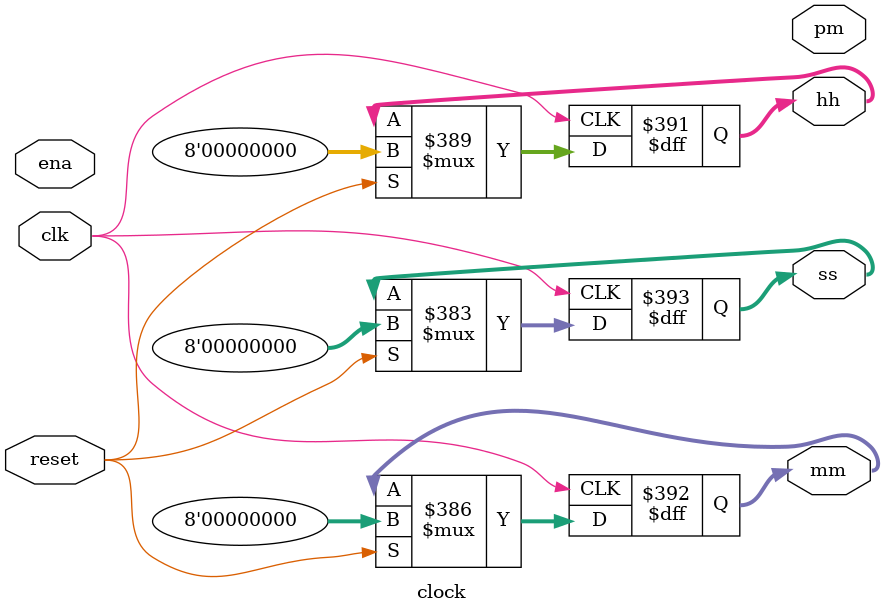
<source format=v>
module clock(
    input clk,
    input reset,
    input ena,
    output reg pm,
    output reg[7:0] hh,
    output reg [7:0] mm,
    output reg [7:0] ss
    );

task automatic bcd_increment;
   inout [7:0]bcd;
   output reg carry;
   begin
	carry=0;
    if(bcd[3:0] < 4'd9)begin
	  bcd[3:0] = bcd[3:0]+1;
	end
    else begin
      bcd[3:0] =4'd0;
      if(bcd[7:4] < 4'd5)begin
       bcd[7:4]=bcd[7:4]+1;
       end
      else begin
        bcd[7:0]=8'h00;
          carry=1;
      end
    end
 end
endtask 
task automatic hour_increment;
  inout [7:0]bcd;
  output reg carry;
  begin
  carry=0;
  
  if(bcd==8'h23) begin
     bcd=8'h00;
	  carry=1;
   end
  else if(bcd[3:0] < 4'd9)begin
     bcd[3:0]=bcd[3:0]+1;
    end
  else begin
	  bcd[3:0]=4'd0;
	   bcd[7:4] = bcd[7:4]+1;
    end
end
endtask
reg ss_carry,mm_carry,hh_carry;
always @(posedge clk) begin
   if(reset)begin
     hh<=8'h00;
	  mm<=8'h00;
	  ss<=8'h00;
	  //pm<=0;
	end
	else if(ena) begin
	 
	  bcd_increment(ss,ss_carry);
	  
	  if(ss_carry) begin
	    bcd_increment(mm,mm_carry);
	  end
	  if(ss_carry && mm_carry) begin
	    hour_increment(hh,hh_carry);
	  end
	  /*if(hh_carry && (hh<=8'h12))begin
	   pm <= ~pm;
	  end*/
	 end 
 end
endmodule


</source>
